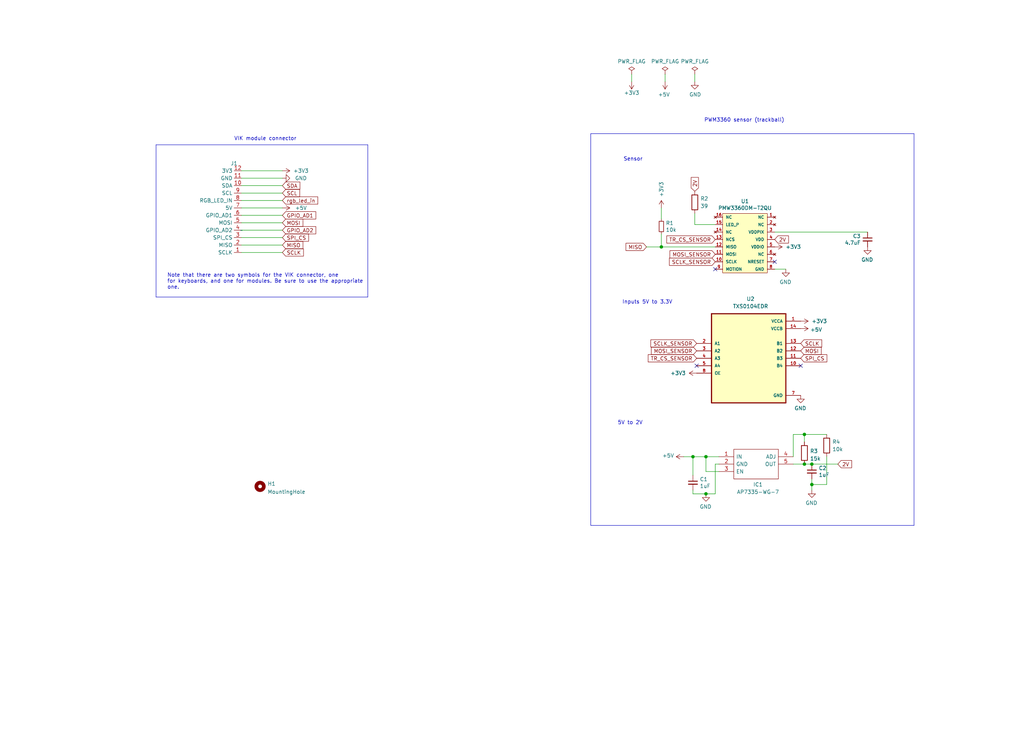
<source format=kicad_sch>
(kicad_sch (version 20230121) (generator eeschema)
  (paper "User" 350.012 250.012)
  (lib_symbols
    (symbol "AP7331-WG-7:AP7331-WG-7" (pin_names (offset 0.762))
      (property "Reference" "IC" (at 21.59 7.62 0))
      (property "Value" "AP7331-WG-7" (at 21.59 5.08 0))
      (symbol "AP7331-WG-7_0_0"
        (pin passive line (at 0 0 0) (length 5.08) (name "IN") (number "1"))
        (pin passive line (at 0 -2.54 0) (length 5.08) (name "GND") (number "2"))
        (pin passive line (at 0 -5.08 0) (length 5.08) (name "EN") (number "3"))
        (pin passive line (at 25.4 0 180) (length 5.08) (name "ADJ") (number "4"))
        (pin passive line (at 25.4 -2.54 180) (length 5.08) (name "OUT") (number "5"))
      )
      (symbol "AP7331-WG-7_0_1"
        (polyline (pts (xy 5.08 2.54) (xy 20.32 2.54) (xy 20.32 -7.62) (xy 5.08 -7.62) (xy 5.08 2.54)) (stroke (width 0.1524)))
      )
    )
    (symbol "Device:C_Small" (pin_numbers hide) (pin_names (offset 0.254) hide)
      (property "Reference" "C" (at 0.254 1.778 0))
      (property "Value" "C_Small" (at 0.254 -2.032 0))
      (symbol "C_Small_0_1"
        (polyline (pts (xy -1.524 -0.508) (xy 1.524 -0.508)) (stroke (width 0.3302)))
        (polyline (pts (xy -1.524 0.508) (xy 1.524 0.508)) (stroke (width 0.3048)))
      )
      (symbol "C_Small_1_1"
        (pin passive line (at 0 2.54 270) (length 2.032) (name "~") (number "1"))
        (pin passive line (at 0 -2.54 90) (length 2.032) (name "~") (number "2"))
      )
    )
    (symbol "Device:R" (pin_numbers hide) (pin_names (offset 0))
      (property "Reference" "R" (at 2.032 0 90))
      (property "Value" "R" (at 0 0 90))
      (symbol "R_0_1"
        (rectangle (start -1.016 -2.54) (end 1.016 2.54) (stroke (width 0.254)))
      )
      (symbol "R_1_1"
        (pin passive line (at 0 3.81 270) (length 1.27) (name "~") (number "1"))
        (pin passive line (at 0 -3.81 90) (length 1.27) (name "~") (number "2"))
      )
    )
    (symbol "Device:R_Small" (pin_numbers hide) (pin_names (offset 0.254) hide)
      (property "Reference" "R" (at 0.762 0.508 0))
      (property "Value" "R_Small" (at 0.762 -1.016 0))
      (symbol "R_Small_0_1"
        (rectangle (start -0.762 1.778) (end 0.762 -1.778) (stroke (width 0.2032)))
      )
      (symbol "R_Small_1_1"
        (pin passive line (at 0 2.54 270) (length 0.762) (name "~") (number "1"))
        (pin passive line (at 0 -2.54 90) (length 0.762) (name "~") (number "2"))
      )
    )
    (symbol "Mechanical:MountingHole" (pin_names (offset 1.016))
      (property "Reference" "H" (at 0 5.08 0))
      (property "Value" "MountingHole" (at 0 3.175 0))
      (symbol "MountingHole_0_1"
        (circle (center 0 0) (radius 1.27) (stroke (width 1.27)))
      )
    )
    (symbol "TXS0104EDR:TXS0104EDR" (pin_names (offset 1.016))
      (property "Reference" "U" (at -12.7 16.2306 0))
      (property "Value" "TXS0104EDR" (at -12.7 -19.2278 0))
      (symbol "TXS0104EDR_0_0"
        (rectangle (start -12.7 -15.24) (end 12.7 15.24) (stroke (width 0.4064)) (fill (type background)))
        (pin power_in line (at 17.78 12.7 180) (length 5.08) (name "VCCA") (number "1"))
        (pin output line (at 17.78 -2.54 180) (length 5.08) (name "B4") (number "10"))
        (pin output line (at 17.78 0 180) (length 5.08) (name "B3") (number "11"))
        (pin output line (at 17.78 2.54 180) (length 5.08) (name "B2") (number "12"))
        (pin output line (at 17.78 5.08 180) (length 5.08) (name "B1") (number "13"))
        (pin power_in line (at 17.78 10.16 180) (length 5.08) (name "VCCB") (number "14"))
        (pin input line (at -17.78 5.08 0) (length 5.08) (name "A1") (number "2"))
        (pin input line (at -17.78 2.54 0) (length 5.08) (name "A2") (number "3"))
        (pin input line (at -17.78 0 0) (length 5.08) (name "A3") (number "4"))
        (pin input line (at -17.78 -2.54 0) (length 5.08) (name "A4") (number "5"))
        (pin power_in line (at 17.78 -12.7 180) (length 5.08) (name "GND") (number "7"))
        (pin input line (at -17.78 -5.08 0) (length 5.08) (name "OE") (number "8"))
      )
    )
    (symbol "power:+3V3" (power) (pin_names (offset 0))
      (property "Value" "+3V3" (at 0 3.556 0))
      (symbol "+3V3_0_1"
        (polyline (pts (xy -0.762 1.27) (xy 0 2.54)))
        (polyline (pts (xy 0 0) (xy 0 2.54)))
        (polyline (pts (xy 0 2.54) (xy 0.762 1.27)))
      )
      (symbol "+3V3_1_1"
        (pin power_in line (at 0 0 90) (length 0) hide (name "+3V3") (number "1"))
      )
    )
    (symbol "power:+5V" (power) (pin_names (offset 0))
      (property "Value" "+5V" (at 0 3.556 0))
      (symbol "+5V_0_1"
        (polyline (pts (xy -0.762 1.27) (xy 0 2.54)))
        (polyline (pts (xy 0 0) (xy 0 2.54)))
        (polyline (pts (xy 0 2.54) (xy 0.762 1.27)))
      )
      (symbol "+5V_1_1"
        (pin power_in line (at 0 0 90) (length 0) hide (name "+5V") (number "1"))
      )
    )
    (symbol "power:GND" (power) (pin_names (offset 0))
      (property "Value" "GND" (at 0 -3.81 0))
      (symbol "GND_0_1"
        (polyline (pts (xy 0 0) (xy 0 -1.27) (xy 1.27 -1.27) (xy 0 -2.54) (xy -1.27 -1.27) (xy 0 -1.27)))
      )
      (symbol "GND_1_1"
        (pin power_in line (at 0 0 270) (length 0) hide (name "GND") (number "1"))
      )
    )
    (symbol "power:PWR_FLAG" (power) (pin_numbers hide) (pin_names (offset 0) hide)
      (property "Value" "PWR_FLAG" (at 0 3.81 0))
      (symbol "PWR_FLAG_0_0"
        (pin power_out line (at 0 0 90) (length 0) (name "pwr") (number "1"))
      )
      (symbol "PWR_FLAG_0_1"
        (polyline (pts (xy 0 0) (xy 0 1.27) (xy -1.016 1.905) (xy 0 2.54) (xy 1.016 1.905) (xy 0 1.27)))
      )
    )
    (symbol "sensor-rescue:PWM3360-pwm3360" (pin_names (offset 1.016))
      (property "Reference" "U4" (at 0 14.351 0))
      (property "Value" "PMW3360DM-T2QU" (at 0 12.0396 0))
      (symbol "PWM3360-pwm3360_0_1"
        (rectangle (start -7.62 10.16) (end 7.62 -10.16) (fill (type background)))
      )
      (symbol "PWM3360-pwm3360_1_1"
        (pin no_connect line (at -10.16 8.89 0) (length 2.54) (name "NC") (number "1"))
        (pin input line (at 10.16 -6.35 180) (length 2.54) (name "SCLK") (number "10"))
        (pin input line (at 10.16 -3.81 180) (length 2.54) (name "MOSI") (number "11"))
        (pin output line (at 10.16 -1.27 180) (length 2.54) (name "MISO") (number "12"))
        (pin input line (at 10.16 1.27 180) (length 2.54) (name "NCS") (number "13"))
        (pin no_connect line (at 10.16 3.81 180) (length 2.54) (name "NC") (number "14"))
        (pin input line (at 10.16 6.35 180) (length 2.54) (name "LED_P") (number "15"))
        (pin no_connect line (at 10.16 8.89 180) (length 2.54) (name "NC") (number "16"))
        (pin no_connect line (at -10.16 6.35 0) (length 2.54) (name "NC") (number "2"))
        (pin power_out line (at -10.16 3.81 0) (length 2.54) (name "VDDPIX") (number "3"))
        (pin power_in line (at -10.16 1.27 0) (length 2.54) (name "VDD") (number "4"))
        (pin power_in line (at -10.16 -1.27 0) (length 2.54) (name "VDDIO") (number "5"))
        (pin no_connect line (at -10.16 -3.81 0) (length 2.54) (name "NC") (number "6"))
        (pin input line (at -10.16 -6.35 0) (length 2.54) (name "NRESET") (number "7"))
        (pin power_in line (at -10.16 -8.89 0) (length 2.54) (name "GND") (number "8"))
        (pin output line (at 10.16 -8.89 180) (length 2.54) (name "MOTION") (number "9"))
      )
    )
    (symbol "vik:vik-module-connector"
      (property "Reference" "J" (at 0 17.78 0))
      (symbol "vik-module-connector_1_1"
        (pin input line (at 0 13.97 0) (length 2.54) (name "SCLK") (number "1"))
        (pin input line (at 0 -8.89 0) (length 2.54) (name "SDA") (number "10"))
        (pin power_in line (at 0 -11.43 0) (length 2.54) (name "GND") (number "11"))
        (pin power_in line (at 0 -13.97 0) (length 2.54) (name "3V3") (number "12"))
        (pin input line (at 0 11.43 0) (length 2.54) (name "MISO") (number "2"))
        (pin input line (at 0 8.89 0) (length 2.54) (name "SPI_CS") (number "3"))
        (pin input line (at 0 6.35 0) (length 2.54) (name "GPIO_AD2") (number "4"))
        (pin input line (at 0 3.81 0) (length 2.54) (name "MOSI") (number "5"))
        (pin input line (at 0 1.27 0) (length 2.54) (name "GPIO_AD1") (number "6"))
        (pin power_in line (at 0 -1.27 0) (length 2.54) (name "5V") (number "7"))
        (pin input line (at 0 -3.81 0) (length 2.54) (name "RGB_LED_IN") (number "8"))
        (pin input line (at 0 -6.35 0) (length 2.54) (name "SCL") (number "9"))
      )
    )
  )
  (junction (at 277.495 165.735) (diameter 1.016))
  (junction (at 277.495 158.75) (diameter 1.016))
  (junction (at 274.955 158.75) (diameter 1.016))
  (junction (at 274.955 148.59) (diameter 1.016))
  (junction (at 236.855 156.21) (diameter 1.016))
  (junction (at 241.3 156.21) (diameter 1.016))
  (junction (at 226.06 84.455) (diameter 1.016))
  (junction (at 241.3 168.91) (diameter 1.016))
  (no_connect (at 273.685 125.095))
  (no_connect (at 264.795 89.535))
  (no_connect (at 238.125 125.095))
  (no_connect (at 244.475 92.075))
  (wire (pts (xy 277.495 163.83) (xy 277.495 165.735)))
  (wire (pts (xy 237.49 76.835) (xy 237.49 73.025)))
  (wire (pts (xy 82.55 58.42) (xy 96.52 58.42)))
  (wire (pts (xy 241.3 168.91) (xy 236.855 168.91)))
  (wire (pts (xy 82.55 66.04) (xy 96.52 66.04)))
  (wire (pts (xy 226.06 71.12) (xy 226.06 74.93)))
  (polyline (pts (xy 201.93 179.705) (xy 201.93 45.72)))
  (wire (pts (xy 82.55 76.2) (xy 96.52 76.2)))
  (wire (pts (xy 236.855 168.91) (xy 236.855 167.64)))
  (wire (pts (xy 237.49 25.4) (xy 237.49 27.94)))
  (wire (pts (xy 277.495 158.75) (xy 286.385 158.75)))
  (wire (pts (xy 82.55 73.66) (xy 96.52 73.66)))
  (wire (pts (xy 244.475 168.91) (xy 241.3 168.91)))
  (wire (pts (xy 82.55 81.28) (xy 96.52 81.28)))
  (wire (pts (xy 282.575 156.21) (xy 282.575 165.735)))
  (wire (pts (xy 226.06 84.455) (xy 244.475 84.455)))
  (wire (pts (xy 271.145 158.75) (xy 274.955 158.75)))
  (wire (pts (xy 233.68 156.21) (xy 236.855 156.21)))
  (wire (pts (xy 271.145 148.59) (xy 274.955 148.59)))
  (wire (pts (xy 82.55 83.82) (xy 96.52 83.82)))
  (polyline (pts (xy 312.42 179.705) (xy 201.93 179.705)))
  (wire (pts (xy 82.55 60.96) (xy 96.52 60.96)))
  (wire (pts (xy 274.955 158.75) (xy 277.495 158.75)))
  (wire (pts (xy 236.855 156.21) (xy 236.855 162.56)))
  (wire (pts (xy 271.145 148.59) (xy 271.145 156.21)))
  (wire (pts (xy 241.3 156.21) (xy 245.745 156.21)))
  (wire (pts (xy 82.55 63.5) (xy 96.52 63.5)))
  (wire (pts (xy 244.475 76.835) (xy 237.49 76.835)))
  (wire (pts (xy 245.745 161.29) (xy 241.3 161.29)))
  (wire (pts (xy 227.33 25.4) (xy 227.33 27.94)))
  (polyline (pts (xy 125.73 49.53) (xy 125.73 101.6)))
  (wire (pts (xy 220.98 84.455) (xy 226.06 84.455)))
  (polyline (pts (xy 125.73 101.6) (xy 53.34 101.6)))
  (polyline (pts (xy 53.34 49.53) (xy 53.34 101.6)))
  (polyline (pts (xy 201.93 45.72) (xy 312.42 45.72)))
  (wire (pts (xy 215.9 25.4) (xy 215.9 27.94)))
  (polyline (pts (xy 312.42 45.72) (xy 312.42 179.705)))
  (wire (pts (xy 274.955 148.59) (xy 282.575 148.59)))
  (wire (pts (xy 82.55 86.36) (xy 96.52 86.36)))
  (polyline (pts (xy 53.34 49.53) (xy 125.73 49.53)))
  (wire (pts (xy 82.55 68.58) (xy 96.52 68.58)))
  (wire (pts (xy 277.495 165.735) (xy 277.495 167.64)))
  (wire (pts (xy 244.475 158.75) (xy 244.475 168.91)))
  (wire (pts (xy 82.55 71.12) (xy 96.52 71.12)))
  (wire (pts (xy 236.855 156.21) (xy 241.3 156.21)))
  (wire (pts (xy 245.745 158.75) (xy 244.475 158.75)))
  (wire (pts (xy 264.795 92.075) (xy 268.605 92.075)))
  (wire (pts (xy 241.3 161.29) (xy 241.3 156.21)))
  (wire (pts (xy 226.06 80.01) (xy 226.06 84.455)))
  (wire (pts (xy 282.575 165.735) (xy 277.495 165.735)))
  (wire (pts (xy 82.55 78.74) (xy 96.52 78.74)))
  (wire (pts (xy 274.955 148.59) (xy 274.955 151.13)))
  (wire (pts (xy 264.795 79.375) (xy 296.545 79.375)))
  (text "5V to 2V" (at 219.71 145.415 0) (effects (font (size 1.27 1.27)) (justify right bottom)))
  (text "Inputs 5V to 3.3V" (at 229.87 104.14 0) (effects (font (size 1.27 1.27)) (justify right bottom)))
  (text "PWM3360 sensor (trackball)" (at 240.665 41.91 0) (effects (font (size 1.27 1.27)) (justify left bottom)))
  (text "Note that there are two symbols for the VIK connector, one\nfor keyboards, and one for modules. Be sure to use the appropriate\none." (at 57.15 99.06 0) (effects (font (size 1.27 1.27)) (justify left bottom)))
  (text "Sensor" (at 219.71 55.245 0) (effects (font (size 1.27 1.27)) (justify right bottom)))
  (text "VIK module connector" (at 80.01 48.26 0) (effects (font (size 1.27 1.27)) (justify left bottom)))
  (global_label "SCLK_SENSOR" (shape input) (at 244.475 89.535 180) (property "Intersheetrefs" "${INTERSHEET_REFS}" (effects hide)))
  (global_label "2V" (shape input) (at 237.49 65.405 90) (property "Intersheetrefs" "${INTERSHEET_REFS}" (effects hide)))
  (global_label "MOSI_SENSOR" (shape input) (at 238.125 120.015 180) (property "Intersheetrefs" "${INTERSHEET_REFS}" (effects hide)))
  (global_label "SPI_CS" (shape input) (at 96.52 81.28 0) (property "Intersheetrefs" "${INTERSHEET_REFS}" (effects hide)))
  (global_label "2V" (shape input) (at 264.795 81.915 0) (property "Intersheetrefs" "${INTERSHEET_REFS}" (effects hide)))
  (global_label "MOSI" (shape input) (at 273.685 120.015 0) (property "Intersheetrefs" "${INTERSHEET_REFS}" (effects hide)))
  (global_label "GPIO_AD2" (shape input) (at 96.52 78.74 0) (property "Intersheetrefs" "${INTERSHEET_REFS}" (effects hide)))
  (global_label "MOSI_SENSOR" (shape input) (at 244.475 86.995 180) (property "Intersheetrefs" "${INTERSHEET_REFS}" (effects hide)))
  (global_label "MOSI" (shape input) (at 96.52 76.2 0) (property "Intersheetrefs" "${INTERSHEET_REFS}" (effects hide)))
  (global_label "SCL" (shape input) (at 96.52 66.04 0) (property "Intersheetrefs" "${INTERSHEET_REFS}" (effects hide)))
  (global_label "SPI_CS" (shape input) (at 273.685 122.555 0) (property "Intersheetrefs" "${INTERSHEET_REFS}" (effects hide)))
  (global_label "MISO" (shape input) (at 96.52 83.82 0) (property "Intersheetrefs" "${INTERSHEET_REFS}" (effects hide)))
  (global_label "TR_CS_SENSOR" (shape input) (at 238.125 122.555 180) (property "Intersheetrefs" "${INTERSHEET_REFS}" (effects hide)))
  (global_label "TR_CS_SENSOR" (shape input) (at 244.475 81.915 180) (property "Intersheetrefs" "${INTERSHEET_REFS}" (effects hide)))
  (global_label "SCLK" (shape input) (at 96.52 86.36 0) (property "Intersheetrefs" "${INTERSHEET_REFS}" (effects hide)))
  (global_label "MISO" (shape input) (at 220.98 84.455 180) (property "Intersheetrefs" "${INTERSHEET_REFS}" (effects hide)))
  (global_label "2V" (shape input) (at 286.385 158.75 0) (property "Intersheetrefs" "${INTERSHEET_REFS}" (effects hide)))
  (global_label "GPIO_AD1" (shape input) (at 96.52 73.66 0) (property "Intersheetrefs" "${INTERSHEET_REFS}" (effects hide)))
  (global_label "rgb_led_in" (shape input) (at 96.52 68.58 0) (property "Intersheetrefs" "${INTERSHEET_REFS}" (effects hide)))
  (global_label "SCLK" (shape input) (at 273.685 117.475 0) (property "Intersheetrefs" "${INTERSHEET_REFS}" (effects hide)))
  (global_label "SDA" (shape input) (at 96.52 63.5 0) (property "Intersheetrefs" "${INTERSHEET_REFS}" (effects hide)))
  (global_label "SCLK_SENSOR" (shape input) (at 238.125 117.475 180) (property "Intersheetrefs" "${INTERSHEET_REFS}" (effects hide)))
  (symbol (lib_id "power:PWR_FLAG") (at 215.9 25.4 0) (unit 1)
    (property "Reference" "#FLG01" (effects hide))
    (property "Value" "PWR_FLAG" (at 215.9 21.0058 0))
  )
  (symbol (lib_id "power:PWR_FLAG") (at 227.33 25.4 0) (unit 1)
    (property "Reference" "#FLG02" (effects hide))
    (property "Value" "PWR_FLAG" (at 227.33 21.0058 0))
  )
  (symbol (lib_id "power:+5V") (at 227.33 27.94 180) (unit 1)
    (property "Reference" "#PWR02" (effects hide))
    (property "Value" "+5V" (at 226.949 32.3342 0))
  )
  (symbol (lib_id "power:GND") (at 237.49 27.94 0) (unit 1)
    (property "Reference" "#PWR03" (effects hide))
    (property "Value" "GND" (at 237.617 32.3342 0))
  )
  (symbol (lib_id "power:PWR_FLAG") (at 237.49 25.4 0) (unit 1)
    (property "Reference" "#FLG03" (effects hide))
    (property "Value" "PWR_FLAG" (at 237.49 21.0058 0))
  )
  (symbol (lib_id "power:+5V") (at 233.68 156.21 90) (unit 1)
    (property "Reference" "#PWR0107" (effects hide))
    (property "Value" "+5V" (at 230.4288 155.829 90) (effects (justify left)))
  )
  (symbol (lib_id "power:GND") (at 96.52 60.96 90) (mirror x) (unit 1)
    (property "Reference" "#PWR0102" (effects hide))
    (property "Value" "GND" (at 102.87 60.96 90))
  )
  (symbol (lib_id "vik:vik-module-connector") (at 82.55 72.39 180) (unit 1)
    (property "Reference" "J1" (at 80.01 55.88 0))
    (property "Value" "~" (at 82.55 78.74 0))
    (property "Footprint" "vik:vik-module-connector-horizontal" (effects hide))
    (property "LCSC" "C479750" (effects hide))
  )
  (symbol (lib_id "AP7331-WG-7:AP7331-WG-7") (at 245.745 156.21 0) (unit 1)
    (property "Reference" "IC1" (at 259.08 165.735 0))
    (property "Value" "AP7335-WG-7" (at 259.08 168.275 0))
    (property "Footprint" "fingerpunch:AP7331" (effects hide))
    (property "Datasheet" "http://uk.rs-online.com/web/p/products/7513083" (effects hide))
    (property "Description" "LDO Voltage Regulators LDO SOT-25 ADJUSTABLE 300MA" (effects hide))
    (property "Height" "1.45" (effects hide))
    (property "Manufacturer_Name" "Diodes Inc." (effects hide))
    (property "Manufacturer_Part_Number" "AP7331-WG-7" (effects hide))
    (property "Mouser Part Number" "621-AP7331-WG-7" (effects hide))
    (property "Mouser Price/Stock" "https://www.mouser.co.uk/ProductDetail/Diodes-Incorporated/AP7331-WG-7?qs=vIZ3oKQCLxr9PiNSCoXN%2FQ%3D%3D" (effects hide))
    (property "Arrow Part Number" "AP7331-WG-7" (effects hide))
    (property "Arrow Price/Stock" "https://www.arrow.com/en/products/ap7331-wg-7/diodes-incorporated?region=nac" (effects hide))
    (property "LCSC" "C460382" (effects hide))
  )
  (symbol (lib_id "power:+5V") (at 273.685 112.395 270) (unit 1)
    (property "Reference" "#PWR0108" (effects hide))
    (property "Value" "+5V" (at 276.9362 112.776 90) (effects (justify left)))
  )
  (symbol (lib_id "power:GND") (at 268.605 92.075 0) (mirror y) (unit 1)
    (property "Reference" "#PWR0111" (effects hide))
    (property "Value" "GND" (at 268.478 96.4692 0))
  )
  (symbol (lib_id "power:GND") (at 273.685 135.255 0) (mirror y) (unit 1)
    (property "Reference" "#PWR0110" (effects hide))
    (property "Value" "GND" (at 273.558 139.6492 0))
  )
  (symbol (lib_id "Device:C_Small") (at 277.495 161.29 0) (unit 1)
    (property "Reference" "C2" (at 279.8318 160.1216 0) (effects (justify left)))
    (property "Value" "1uF" (at 279.832 162.433 0) (effects (justify left)))
    (property "Footprint" "Capacitor_SMD:C_1206_3216Metric" (effects hide))
    (property "LCSC" "C1926" (effects hide))
  )
  (symbol (lib_id "power:+3V3") (at 226.06 71.12 0) (unit 1)
    (property "Reference" "#PWR0114" (effects hide))
    (property "Value" "+3V3" (at 226.06 64.77 90))
  )
  (symbol (lib_id "power:+3V3") (at 96.52 58.42 270) (unit 1)
    (property "Reference" "#PWR0101" (effects hide))
    (property "Value" "+3V3" (at 102.87 58.42 90))
  )
  (symbol (lib_id "power:GND") (at 296.545 84.455 0) (mirror y) (unit 1)
    (property "Reference" "#PWR0115" (effects hide))
    (property "Value" "GND" (at 296.418 88.8492 0))
  )
  (symbol (lib_id "power:GND") (at 241.3 168.91 0) (mirror y) (unit 1)
    (property "Reference" "#PWR0105" (effects hide))
    (property "Value" "GND" (at 241.173 173.3042 0))
  )
  (symbol (lib_id "power:+3V3") (at 273.685 109.855 270) (unit 1)
    (property "Reference" "#PWR0109" (effects hide))
    (property "Value" "+3V3" (at 280.035 109.855 90))
  )
  (symbol (lib_id "sensor-rescue:PWM3360-pwm3360") (at 254.635 83.185 0) (mirror y) (unit 1)
    (property "Reference" "U1" (at 254.635 68.834 0))
    (property "Value" "PMW3360DM-T2QU" (at 254.635 71.1454 0))
    (property "Footprint" "fingerpunch:PMW3360" (effects hide))
  )
  (symbol (lib_id "power:+5V") (at 96.52 71.12 270) (unit 1)
    (property "Reference" "#PWR0104" (effects hide))
    (property "Value" "+5V" (at 102.87 71.12 90))
  )
  (symbol (lib_id "Device:R") (at 237.49 69.215 0) (unit 1)
    (property "Reference" "R2" (at 239.395 67.945 0) (effects (justify left)))
    (property "Value" "39" (at 239.395 70.485 0) (effects (justify left)))
    (property "Footprint" "Resistor_SMD:R_1206_3216Metric" (effects hide))
    (property "LCSC" "C153384" (effects hide))
  )
  (symbol (lib_id "Device:R") (at 274.955 154.94 0) (unit 1)
    (property "Reference" "R3" (at 276.86 154.305 0) (effects (justify left)))
    (property "Value" "15k" (at 276.86 156.845 0) (effects (justify left)))
    (property "Footprint" "Resistor_SMD:R_1206_3216Metric" (effects hide))
    (property "LCSC" "C351534" (effects hide))
  )
  (symbol (lib_id "Device:R") (at 282.575 152.4 0) (unit 1)
    (property "Reference" "R4" (at 284.48 151.13 0) (effects (justify left)))
    (property "Value" "10k" (at 284.48 153.67 0) (effects (justify left)))
    (property "Footprint" "Resistor_SMD:R_1206_3216Metric" (effects hide))
    (property "LCSC" "C328409" (effects hide))
  )
  (symbol (lib_id "Device:R_Small") (at 226.06 77.47 0) (unit 1)
    (property "Reference" "R1" (at 227.5586 76.3016 0) (effects (justify left)))
    (property "Value" "10k" (at 227.5586 78.613 0) (effects (justify left)))
    (property "Footprint" "Resistor_SMD:R_1206_3216Metric" (effects hide))
    (property "LCSC" "C328409" (effects hide))
  )
  (symbol (lib_id "Device:C_Small") (at 296.545 81.915 0) (mirror y) (unit 1)
    (property "Reference" "C3" (at 294.2082 80.7466 0) (effects (justify left)))
    (property "Value" "4.7uF" (at 294.2082 83.058 0) (effects (justify left)))
    (property "Footprint" "Capacitor_SMD:C_1206_3216Metric" (effects hide))
    (property "LCSC" " C29823" (effects hide))
  )
  (symbol (lib_id "TXS0104EDR:TXS0104EDR") (at 255.905 122.555 0) (unit 1)
    (property "Reference" "U2" (at 256.54 102.235 0))
    (property "Value" "TXS0104EDR" (at 256.54 104.775 0))
    (property "Footprint" "fingerpunch:SOIC127P600X175-14N" (effects hide))
    (property "LCSC" "C79342" (effects hide))
  )
  (symbol (lib_id "power:GND") (at 277.495 167.64 0) (mirror y) (unit 1)
    (property "Reference" "#PWR0106" (effects hide))
    (property "Value" "GND" (at 277.368 172.0342 0))
  )
  (symbol (lib_id "Mechanical:MountingHole") (at 88.9 166.37 0) (unit 1)
    (property "Reference" "H1" (at 91.44 165.4615 0) (effects (justify left)))
    (property "Value" "MountingHole" (at 91.44 168.2366 0) (effects (justify left)))
    (property "Footprint" "vik:vik-module-mounting-small" (effects hide))
  )
  (symbol (lib_id "Device:C_Small") (at 236.855 165.1 0) (unit 1)
    (property "Reference" "C1" (at 239.1918 163.9316 0) (effects (justify left)))
    (property "Value" "1uF" (at 239.1918 166.243 0) (effects (justify left)))
    (property "Footprint" "Capacitor_SMD:C_1206_3216Metric" (effects hide))
    (property "LCSC" "C1926" (effects hide))
  )
  (symbol (lib_id "power:+3V3") (at 215.9 27.94 180) (unit 1)
    (property "Reference" "#PWR0112" (effects hide))
    (property "Value" "+3V3" (at 215.9 31.75 0))
  )
  (symbol (lib_id "power:+3V3") (at 238.125 127.635 90) (unit 1)
    (property "Reference" "#PWR0113" (effects hide))
    (property "Value" "+3V3" (at 231.775 127.635 90))
  )
  (symbol (lib_id "power:+3V3") (at 264.795 84.455 270) (unit 1)
    (property "Reference" "#PWR0116" (effects hide))
    (property "Value" "+3V3" (at 271.145 84.455 90))
  )
)
</source>
